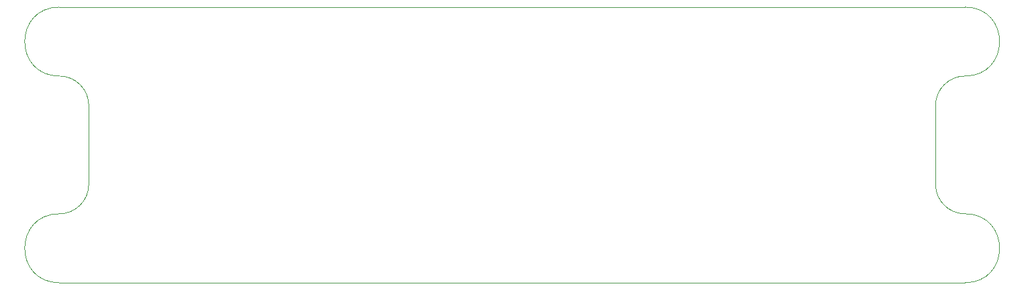
<source format=gm1>
G04 #@! TF.GenerationSoftware,KiCad,Pcbnew,(6.0.9)*
G04 #@! TF.CreationDate,2023-02-01T20:00:21-08:00*
G04 #@! TF.ProjectId,regulator_board,72656775-6c61-4746-9f72-5f626f617264,rev?*
G04 #@! TF.SameCoordinates,Original*
G04 #@! TF.FileFunction,Profile,NP*
%FSLAX46Y46*%
G04 Gerber Fmt 4.6, Leading zero omitted, Abs format (unit mm)*
G04 Created by KiCad (PCBNEW (6.0.9)) date 2023-02-01 20:00:21*
%MOMM*%
%LPD*%
G01*
G04 APERTURE LIST*
G04 #@! TA.AperFunction,Profile*
%ADD10C,0.100000*%
G04 #@! TD*
G04 APERTURE END LIST*
D10*
X171450000Y-116840000D02*
X54610000Y-116840000D01*
X171450000Y-125730000D02*
G75*
G03*
X171450000Y-116840000I0J4445000D01*
G01*
X54610000Y-152400000D02*
X171450000Y-152400000D01*
X58420000Y-129540000D02*
X58419999Y-139699999D01*
X167640000Y-139700000D02*
X167640000Y-129540000D01*
X54610000Y-143510000D02*
G75*
G03*
X54610000Y-152400000I0J-4445000D01*
G01*
X58420000Y-129540000D02*
G75*
G03*
X54610000Y-125730000I-3810000J0D01*
G01*
X171450000Y-125730000D02*
G75*
G03*
X167640000Y-129540000I0J-3810000D01*
G01*
X171450000Y-152400000D02*
G75*
G03*
X171450000Y-143510000I0J4445000D01*
G01*
X167640000Y-139700000D02*
G75*
G03*
X171450000Y-143510000I3810000J0D01*
G01*
X54609999Y-143509999D02*
G75*
G03*
X58419999Y-139699999I1J3809999D01*
G01*
X54610000Y-116840000D02*
G75*
G03*
X54610000Y-125730000I0J-4445000D01*
G01*
M02*

</source>
